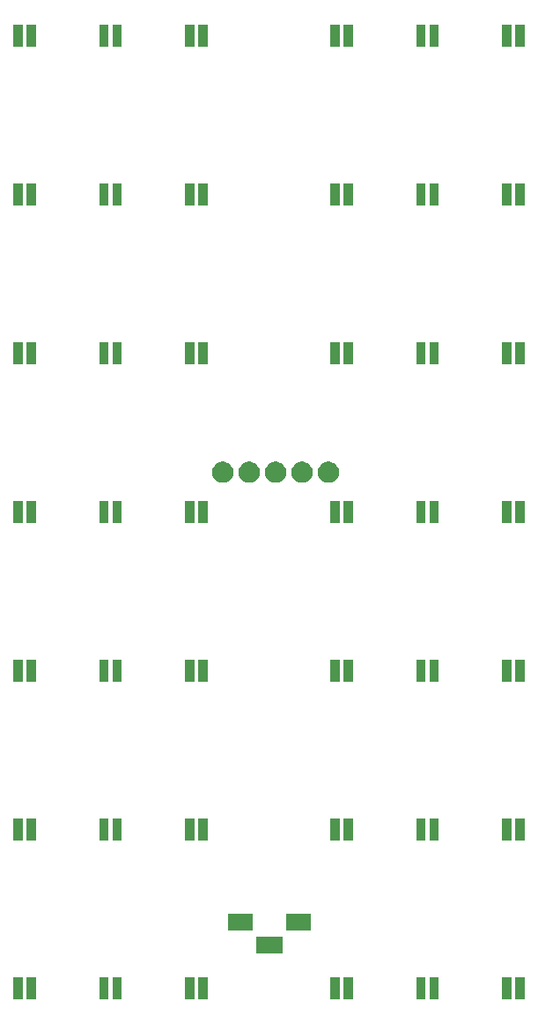
<source format=gbr>
G04 #@! TF.GenerationSoftware,KiCad,Pcbnew,(5.1.5)-3*
G04 #@! TF.CreationDate,2020-03-07T08:42:07-06:00*
G04 #@! TF.ProjectId,DSKY_alarm,44534b59-5f61-46c6-9172-6d2e6b696361,4*
G04 #@! TF.SameCoordinates,Original*
G04 #@! TF.FileFunction,Soldermask,Bot*
G04 #@! TF.FilePolarity,Negative*
%FSLAX46Y46*%
G04 Gerber Fmt 4.6, Leading zero omitted, Abs format (unit mm)*
G04 Created by KiCad (PCBNEW (5.1.5)-3) date 2020-03-07 08:42:07*
%MOMM*%
%LPD*%
G04 APERTURE LIST*
%ADD10C,0.010000*%
%ADD11C,0.100000*%
G04 APERTURE END LIST*
D10*
G36*
X107964660Y-139830000D02*
G01*
X110470000Y-139830000D01*
X110470000Y-141342390D01*
X107964660Y-141342390D01*
X107964660Y-139830000D01*
G37*
X107964660Y-139830000D02*
X110470000Y-139830000D01*
X110470000Y-141342390D01*
X107964660Y-141342390D01*
X107964660Y-139830000D01*
G36*
X110907220Y-137680000D02*
G01*
X113145000Y-137680000D01*
X113145000Y-139185470D01*
X110907220Y-139185470D01*
X110907220Y-137680000D01*
G37*
X110907220Y-137680000D02*
X113145000Y-137680000D01*
X113145000Y-139185470D01*
X110907220Y-139185470D01*
X110907220Y-137680000D01*
G36*
X105273990Y-137680000D02*
G01*
X107545000Y-137680000D01*
X107545000Y-139184013D01*
X105273990Y-139184013D01*
X105273990Y-137680000D01*
G37*
X105273990Y-137680000D02*
X107545000Y-137680000D01*
X107545000Y-139184013D01*
X105273990Y-139184013D01*
X105273990Y-137680000D01*
D11*
G36*
X85541000Y-145831000D02*
G01*
X84639000Y-145831000D01*
X84639000Y-143729000D01*
X85541000Y-143729000D01*
X85541000Y-145831000D01*
G37*
G36*
X133801000Y-145831000D02*
G01*
X132899000Y-145831000D01*
X132899000Y-143729000D01*
X133801000Y-143729000D01*
X133801000Y-145831000D01*
G37*
G36*
X132531000Y-145831000D02*
G01*
X131629000Y-145831000D01*
X131629000Y-143729000D01*
X132531000Y-143729000D01*
X132531000Y-145831000D01*
G37*
G36*
X125546000Y-145831000D02*
G01*
X124644000Y-145831000D01*
X124644000Y-143729000D01*
X125546000Y-143729000D01*
X125546000Y-145831000D01*
G37*
G36*
X124276000Y-145831000D02*
G01*
X123374000Y-145831000D01*
X123374000Y-143729000D01*
X124276000Y-143729000D01*
X124276000Y-145831000D01*
G37*
G36*
X117291000Y-145831000D02*
G01*
X116389000Y-145831000D01*
X116389000Y-143729000D01*
X117291000Y-143729000D01*
X117291000Y-145831000D01*
G37*
G36*
X116021000Y-145831000D02*
G01*
X115119000Y-145831000D01*
X115119000Y-143729000D01*
X116021000Y-143729000D01*
X116021000Y-145831000D01*
G37*
G36*
X103321000Y-145831000D02*
G01*
X102419000Y-145831000D01*
X102419000Y-143729000D01*
X103321000Y-143729000D01*
X103321000Y-145831000D01*
G37*
G36*
X102051000Y-145831000D02*
G01*
X101149000Y-145831000D01*
X101149000Y-143729000D01*
X102051000Y-143729000D01*
X102051000Y-145831000D01*
G37*
G36*
X95066000Y-145831000D02*
G01*
X94164000Y-145831000D01*
X94164000Y-143729000D01*
X95066000Y-143729000D01*
X95066000Y-145831000D01*
G37*
G36*
X93796000Y-145831000D02*
G01*
X92894000Y-145831000D01*
X92894000Y-143729000D01*
X93796000Y-143729000D01*
X93796000Y-145831000D01*
G37*
G36*
X86811000Y-145831000D02*
G01*
X85909000Y-145831000D01*
X85909000Y-143729000D01*
X86811000Y-143729000D01*
X86811000Y-145831000D01*
G37*
G36*
X109307797Y-140290567D02*
G01*
X109362575Y-140313257D01*
X109362577Y-140313258D01*
X109411876Y-140346198D01*
X109453802Y-140388124D01*
X109486742Y-140437423D01*
X109486743Y-140437425D01*
X109509433Y-140492203D01*
X109521000Y-140550353D01*
X109521000Y-140609647D01*
X109509433Y-140667797D01*
X109486743Y-140722575D01*
X109486742Y-140722577D01*
X109453802Y-140771876D01*
X109411876Y-140813802D01*
X109362577Y-140846742D01*
X109362576Y-140846743D01*
X109362575Y-140846743D01*
X109307797Y-140869433D01*
X109249647Y-140881000D01*
X109190353Y-140881000D01*
X109132203Y-140869433D01*
X109077425Y-140846743D01*
X109077424Y-140846743D01*
X109077423Y-140846742D01*
X109028124Y-140813802D01*
X108986198Y-140771876D01*
X108953258Y-140722577D01*
X108953257Y-140722575D01*
X108930567Y-140667797D01*
X108919000Y-140609647D01*
X108919000Y-140550353D01*
X108930567Y-140492203D01*
X108953257Y-140437425D01*
X108953258Y-140437423D01*
X108986198Y-140388124D01*
X109028124Y-140346198D01*
X109077423Y-140313258D01*
X109077425Y-140313257D01*
X109132203Y-140290567D01*
X109190353Y-140279000D01*
X109249647Y-140279000D01*
X109307797Y-140290567D01*
G37*
G36*
X112107797Y-138140567D02*
G01*
X112162575Y-138163257D01*
X112162577Y-138163258D01*
X112211876Y-138196198D01*
X112253802Y-138238124D01*
X112286742Y-138287423D01*
X112286743Y-138287425D01*
X112309433Y-138342203D01*
X112321000Y-138400353D01*
X112321000Y-138459647D01*
X112309433Y-138517797D01*
X112286743Y-138572575D01*
X112286742Y-138572577D01*
X112253802Y-138621876D01*
X112211876Y-138663802D01*
X112162577Y-138696742D01*
X112162576Y-138696743D01*
X112162575Y-138696743D01*
X112107797Y-138719433D01*
X112049647Y-138731000D01*
X111990353Y-138731000D01*
X111932203Y-138719433D01*
X111877425Y-138696743D01*
X111877424Y-138696743D01*
X111877423Y-138696742D01*
X111828124Y-138663802D01*
X111786198Y-138621876D01*
X111753258Y-138572577D01*
X111753257Y-138572575D01*
X111730567Y-138517797D01*
X111719000Y-138459647D01*
X111719000Y-138400353D01*
X111730567Y-138342203D01*
X111753257Y-138287425D01*
X111753258Y-138287423D01*
X111786198Y-138238124D01*
X111828124Y-138196198D01*
X111877423Y-138163258D01*
X111877425Y-138163257D01*
X111932203Y-138140567D01*
X111990353Y-138129000D01*
X112049647Y-138129000D01*
X112107797Y-138140567D01*
G37*
G36*
X106507797Y-138140567D02*
G01*
X106562575Y-138163257D01*
X106562577Y-138163258D01*
X106611876Y-138196198D01*
X106653802Y-138238124D01*
X106686742Y-138287423D01*
X106686743Y-138287425D01*
X106709433Y-138342203D01*
X106721000Y-138400353D01*
X106721000Y-138459647D01*
X106709433Y-138517797D01*
X106686743Y-138572575D01*
X106686742Y-138572577D01*
X106653802Y-138621876D01*
X106611876Y-138663802D01*
X106562577Y-138696742D01*
X106562576Y-138696743D01*
X106562575Y-138696743D01*
X106507797Y-138719433D01*
X106449647Y-138731000D01*
X106390353Y-138731000D01*
X106332203Y-138719433D01*
X106277425Y-138696743D01*
X106277424Y-138696743D01*
X106277423Y-138696742D01*
X106228124Y-138663802D01*
X106186198Y-138621876D01*
X106153258Y-138572577D01*
X106153257Y-138572575D01*
X106130567Y-138517797D01*
X106119000Y-138459647D01*
X106119000Y-138400353D01*
X106130567Y-138342203D01*
X106153257Y-138287425D01*
X106153258Y-138287423D01*
X106186198Y-138238124D01*
X106228124Y-138196198D01*
X106277423Y-138163258D01*
X106277425Y-138163257D01*
X106332203Y-138140567D01*
X106390353Y-138129000D01*
X106449647Y-138129000D01*
X106507797Y-138140567D01*
G37*
G36*
X85541000Y-130591000D02*
G01*
X84639000Y-130591000D01*
X84639000Y-128489000D01*
X85541000Y-128489000D01*
X85541000Y-130591000D01*
G37*
G36*
X133801000Y-130591000D02*
G01*
X132899000Y-130591000D01*
X132899000Y-128489000D01*
X133801000Y-128489000D01*
X133801000Y-130591000D01*
G37*
G36*
X132531000Y-130591000D02*
G01*
X131629000Y-130591000D01*
X131629000Y-128489000D01*
X132531000Y-128489000D01*
X132531000Y-130591000D01*
G37*
G36*
X125546000Y-130591000D02*
G01*
X124644000Y-130591000D01*
X124644000Y-128489000D01*
X125546000Y-128489000D01*
X125546000Y-130591000D01*
G37*
G36*
X86811000Y-130591000D02*
G01*
X85909000Y-130591000D01*
X85909000Y-128489000D01*
X86811000Y-128489000D01*
X86811000Y-130591000D01*
G37*
G36*
X124276000Y-130591000D02*
G01*
X123374000Y-130591000D01*
X123374000Y-128489000D01*
X124276000Y-128489000D01*
X124276000Y-130591000D01*
G37*
G36*
X117291000Y-130591000D02*
G01*
X116389000Y-130591000D01*
X116389000Y-128489000D01*
X117291000Y-128489000D01*
X117291000Y-130591000D01*
G37*
G36*
X116021000Y-130591000D02*
G01*
X115119000Y-130591000D01*
X115119000Y-128489000D01*
X116021000Y-128489000D01*
X116021000Y-130591000D01*
G37*
G36*
X103321000Y-130591000D02*
G01*
X102419000Y-130591000D01*
X102419000Y-128489000D01*
X103321000Y-128489000D01*
X103321000Y-130591000D01*
G37*
G36*
X95066000Y-130591000D02*
G01*
X94164000Y-130591000D01*
X94164000Y-128489000D01*
X95066000Y-128489000D01*
X95066000Y-130591000D01*
G37*
G36*
X93796000Y-130591000D02*
G01*
X92894000Y-130591000D01*
X92894000Y-128489000D01*
X93796000Y-128489000D01*
X93796000Y-130591000D01*
G37*
G36*
X102051000Y-130591000D02*
G01*
X101149000Y-130591000D01*
X101149000Y-128489000D01*
X102051000Y-128489000D01*
X102051000Y-130591000D01*
G37*
G36*
X124276000Y-115351000D02*
G01*
X123374000Y-115351000D01*
X123374000Y-113249000D01*
X124276000Y-113249000D01*
X124276000Y-115351000D01*
G37*
G36*
X85541000Y-115351000D02*
G01*
X84639000Y-115351000D01*
X84639000Y-113249000D01*
X85541000Y-113249000D01*
X85541000Y-115351000D01*
G37*
G36*
X86811000Y-115351000D02*
G01*
X85909000Y-115351000D01*
X85909000Y-113249000D01*
X86811000Y-113249000D01*
X86811000Y-115351000D01*
G37*
G36*
X95066000Y-115351000D02*
G01*
X94164000Y-115351000D01*
X94164000Y-113249000D01*
X95066000Y-113249000D01*
X95066000Y-115351000D01*
G37*
G36*
X102051000Y-115351000D02*
G01*
X101149000Y-115351000D01*
X101149000Y-113249000D01*
X102051000Y-113249000D01*
X102051000Y-115351000D01*
G37*
G36*
X103321000Y-115351000D02*
G01*
X102419000Y-115351000D01*
X102419000Y-113249000D01*
X103321000Y-113249000D01*
X103321000Y-115351000D01*
G37*
G36*
X116021000Y-115351000D02*
G01*
X115119000Y-115351000D01*
X115119000Y-113249000D01*
X116021000Y-113249000D01*
X116021000Y-115351000D01*
G37*
G36*
X117291000Y-115351000D02*
G01*
X116389000Y-115351000D01*
X116389000Y-113249000D01*
X117291000Y-113249000D01*
X117291000Y-115351000D01*
G37*
G36*
X125546000Y-115351000D02*
G01*
X124644000Y-115351000D01*
X124644000Y-113249000D01*
X125546000Y-113249000D01*
X125546000Y-115351000D01*
G37*
G36*
X132531000Y-115351000D02*
G01*
X131629000Y-115351000D01*
X131629000Y-113249000D01*
X132531000Y-113249000D01*
X132531000Y-115351000D01*
G37*
G36*
X133801000Y-115351000D02*
G01*
X132899000Y-115351000D01*
X132899000Y-113249000D01*
X133801000Y-113249000D01*
X133801000Y-115351000D01*
G37*
G36*
X93796000Y-115351000D02*
G01*
X92894000Y-115351000D01*
X92894000Y-113249000D01*
X93796000Y-113249000D01*
X93796000Y-115351000D01*
G37*
G36*
X103321000Y-100111000D02*
G01*
X102419000Y-100111000D01*
X102419000Y-98009000D01*
X103321000Y-98009000D01*
X103321000Y-100111000D01*
G37*
G36*
X95066000Y-100111000D02*
G01*
X94164000Y-100111000D01*
X94164000Y-98009000D01*
X95066000Y-98009000D01*
X95066000Y-100111000D01*
G37*
G36*
X93796000Y-100111000D02*
G01*
X92894000Y-100111000D01*
X92894000Y-98009000D01*
X93796000Y-98009000D01*
X93796000Y-100111000D01*
G37*
G36*
X86811000Y-100111000D02*
G01*
X85909000Y-100111000D01*
X85909000Y-98009000D01*
X86811000Y-98009000D01*
X86811000Y-100111000D01*
G37*
G36*
X85541000Y-100111000D02*
G01*
X84639000Y-100111000D01*
X84639000Y-98009000D01*
X85541000Y-98009000D01*
X85541000Y-100111000D01*
G37*
G36*
X102051000Y-100111000D02*
G01*
X101149000Y-100111000D01*
X101149000Y-98009000D01*
X102051000Y-98009000D01*
X102051000Y-100111000D01*
G37*
G36*
X117291000Y-100111000D02*
G01*
X116389000Y-100111000D01*
X116389000Y-98009000D01*
X117291000Y-98009000D01*
X117291000Y-100111000D01*
G37*
G36*
X124276000Y-100111000D02*
G01*
X123374000Y-100111000D01*
X123374000Y-98009000D01*
X124276000Y-98009000D01*
X124276000Y-100111000D01*
G37*
G36*
X125546000Y-100111000D02*
G01*
X124644000Y-100111000D01*
X124644000Y-98009000D01*
X125546000Y-98009000D01*
X125546000Y-100111000D01*
G37*
G36*
X132531000Y-100111000D02*
G01*
X131629000Y-100111000D01*
X131629000Y-98009000D01*
X132531000Y-98009000D01*
X132531000Y-100111000D01*
G37*
G36*
X133801000Y-100111000D02*
G01*
X132899000Y-100111000D01*
X132899000Y-98009000D01*
X133801000Y-98009000D01*
X133801000Y-100111000D01*
G37*
G36*
X116021000Y-100111000D02*
G01*
X115119000Y-100111000D01*
X115119000Y-98009000D01*
X116021000Y-98009000D01*
X116021000Y-100111000D01*
G37*
G36*
X107545926Y-94260029D02*
G01*
X107611356Y-94273044D01*
X107796256Y-94349632D01*
X107962662Y-94460821D01*
X108104179Y-94602338D01*
X108215368Y-94768744D01*
X108291956Y-94953644D01*
X108331000Y-95149933D01*
X108331000Y-95350067D01*
X108291956Y-95546356D01*
X108215368Y-95731256D01*
X108104179Y-95897662D01*
X107962662Y-96039179D01*
X107796256Y-96150368D01*
X107611356Y-96226956D01*
X107545926Y-96239971D01*
X107415069Y-96266000D01*
X107214931Y-96266000D01*
X107084074Y-96239971D01*
X107018644Y-96226956D01*
X106833744Y-96150368D01*
X106667338Y-96039179D01*
X106525821Y-95897662D01*
X106414632Y-95731256D01*
X106338044Y-95546356D01*
X106299000Y-95350067D01*
X106299000Y-95149933D01*
X106338044Y-94953644D01*
X106414632Y-94768744D01*
X106525821Y-94602338D01*
X106667338Y-94460821D01*
X106833744Y-94349632D01*
X107018644Y-94273044D01*
X107084074Y-94260029D01*
X107214931Y-94234000D01*
X107415069Y-94234000D01*
X107545926Y-94260029D01*
G37*
G36*
X112625926Y-94260029D02*
G01*
X112691356Y-94273044D01*
X112876256Y-94349632D01*
X113042662Y-94460821D01*
X113184179Y-94602338D01*
X113295368Y-94768744D01*
X113371956Y-94953644D01*
X113411000Y-95149933D01*
X113411000Y-95350067D01*
X113371956Y-95546356D01*
X113295368Y-95731256D01*
X113184179Y-95897662D01*
X113042662Y-96039179D01*
X112876256Y-96150368D01*
X112691356Y-96226956D01*
X112625926Y-96239971D01*
X112495069Y-96266000D01*
X112294931Y-96266000D01*
X112164074Y-96239971D01*
X112098644Y-96226956D01*
X111913744Y-96150368D01*
X111747338Y-96039179D01*
X111605821Y-95897662D01*
X111494632Y-95731256D01*
X111418044Y-95546356D01*
X111379000Y-95350067D01*
X111379000Y-95149933D01*
X111418044Y-94953644D01*
X111494632Y-94768744D01*
X111605821Y-94602338D01*
X111747338Y-94460821D01*
X111913744Y-94349632D01*
X112098644Y-94273044D01*
X112164074Y-94260029D01*
X112294931Y-94234000D01*
X112495069Y-94234000D01*
X112625926Y-94260029D01*
G37*
G36*
X105005926Y-94260029D02*
G01*
X105071356Y-94273044D01*
X105256256Y-94349632D01*
X105422662Y-94460821D01*
X105564179Y-94602338D01*
X105675368Y-94768744D01*
X105751956Y-94953644D01*
X105791000Y-95149933D01*
X105791000Y-95350067D01*
X105751956Y-95546356D01*
X105675368Y-95731256D01*
X105564179Y-95897662D01*
X105422662Y-96039179D01*
X105256256Y-96150368D01*
X105071356Y-96226956D01*
X105005926Y-96239971D01*
X104875069Y-96266000D01*
X104674931Y-96266000D01*
X104544074Y-96239971D01*
X104478644Y-96226956D01*
X104293744Y-96150368D01*
X104127338Y-96039179D01*
X103985821Y-95897662D01*
X103874632Y-95731256D01*
X103798044Y-95546356D01*
X103759000Y-95350067D01*
X103759000Y-95149933D01*
X103798044Y-94953644D01*
X103874632Y-94768744D01*
X103985821Y-94602338D01*
X104127338Y-94460821D01*
X104293744Y-94349632D01*
X104478644Y-94273044D01*
X104544074Y-94260029D01*
X104674931Y-94234000D01*
X104875069Y-94234000D01*
X105005926Y-94260029D01*
G37*
G36*
X115165926Y-94260029D02*
G01*
X115231356Y-94273044D01*
X115416256Y-94349632D01*
X115582662Y-94460821D01*
X115724179Y-94602338D01*
X115835368Y-94768744D01*
X115911956Y-94953644D01*
X115951000Y-95149933D01*
X115951000Y-95350067D01*
X115911956Y-95546356D01*
X115835368Y-95731256D01*
X115724179Y-95897662D01*
X115582662Y-96039179D01*
X115416256Y-96150368D01*
X115231356Y-96226956D01*
X115165926Y-96239971D01*
X115035069Y-96266000D01*
X114834931Y-96266000D01*
X114704074Y-96239971D01*
X114638644Y-96226956D01*
X114453744Y-96150368D01*
X114287338Y-96039179D01*
X114145821Y-95897662D01*
X114034632Y-95731256D01*
X113958044Y-95546356D01*
X113919000Y-95350067D01*
X113919000Y-95149933D01*
X113958044Y-94953644D01*
X114034632Y-94768744D01*
X114145821Y-94602338D01*
X114287338Y-94460821D01*
X114453744Y-94349632D01*
X114638644Y-94273044D01*
X114704074Y-94260029D01*
X114834931Y-94234000D01*
X115035069Y-94234000D01*
X115165926Y-94260029D01*
G37*
G36*
X110085926Y-94260029D02*
G01*
X110151356Y-94273044D01*
X110336256Y-94349632D01*
X110502662Y-94460821D01*
X110644179Y-94602338D01*
X110755368Y-94768744D01*
X110831956Y-94953644D01*
X110871000Y-95149933D01*
X110871000Y-95350067D01*
X110831956Y-95546356D01*
X110755368Y-95731256D01*
X110644179Y-95897662D01*
X110502662Y-96039179D01*
X110336256Y-96150368D01*
X110151356Y-96226956D01*
X110085926Y-96239971D01*
X109955069Y-96266000D01*
X109754931Y-96266000D01*
X109624074Y-96239971D01*
X109558644Y-96226956D01*
X109373744Y-96150368D01*
X109207338Y-96039179D01*
X109065821Y-95897662D01*
X108954632Y-95731256D01*
X108878044Y-95546356D01*
X108839000Y-95350067D01*
X108839000Y-95149933D01*
X108878044Y-94953644D01*
X108954632Y-94768744D01*
X109065821Y-94602338D01*
X109207338Y-94460821D01*
X109373744Y-94349632D01*
X109558644Y-94273044D01*
X109624074Y-94260029D01*
X109754931Y-94234000D01*
X109955069Y-94234000D01*
X110085926Y-94260029D01*
G37*
G36*
X95066000Y-84871000D02*
G01*
X94164000Y-84871000D01*
X94164000Y-82769000D01*
X95066000Y-82769000D01*
X95066000Y-84871000D01*
G37*
G36*
X133801000Y-84871000D02*
G01*
X132899000Y-84871000D01*
X132899000Y-82769000D01*
X133801000Y-82769000D01*
X133801000Y-84871000D01*
G37*
G36*
X132531000Y-84871000D02*
G01*
X131629000Y-84871000D01*
X131629000Y-82769000D01*
X132531000Y-82769000D01*
X132531000Y-84871000D01*
G37*
G36*
X125546000Y-84871000D02*
G01*
X124644000Y-84871000D01*
X124644000Y-82769000D01*
X125546000Y-82769000D01*
X125546000Y-84871000D01*
G37*
G36*
X124276000Y-84871000D02*
G01*
X123374000Y-84871000D01*
X123374000Y-82769000D01*
X124276000Y-82769000D01*
X124276000Y-84871000D01*
G37*
G36*
X117291000Y-84871000D02*
G01*
X116389000Y-84871000D01*
X116389000Y-82769000D01*
X117291000Y-82769000D01*
X117291000Y-84871000D01*
G37*
G36*
X116021000Y-84871000D02*
G01*
X115119000Y-84871000D01*
X115119000Y-82769000D01*
X116021000Y-82769000D01*
X116021000Y-84871000D01*
G37*
G36*
X103321000Y-84871000D02*
G01*
X102419000Y-84871000D01*
X102419000Y-82769000D01*
X103321000Y-82769000D01*
X103321000Y-84871000D01*
G37*
G36*
X102051000Y-84871000D02*
G01*
X101149000Y-84871000D01*
X101149000Y-82769000D01*
X102051000Y-82769000D01*
X102051000Y-84871000D01*
G37*
G36*
X93796000Y-84871000D02*
G01*
X92894000Y-84871000D01*
X92894000Y-82769000D01*
X93796000Y-82769000D01*
X93796000Y-84871000D01*
G37*
G36*
X86811000Y-84871000D02*
G01*
X85909000Y-84871000D01*
X85909000Y-82769000D01*
X86811000Y-82769000D01*
X86811000Y-84871000D01*
G37*
G36*
X85541000Y-84871000D02*
G01*
X84639000Y-84871000D01*
X84639000Y-82769000D01*
X85541000Y-82769000D01*
X85541000Y-84871000D01*
G37*
G36*
X95066000Y-69631000D02*
G01*
X94164000Y-69631000D01*
X94164000Y-67529000D01*
X95066000Y-67529000D01*
X95066000Y-69631000D01*
G37*
G36*
X102051000Y-69631000D02*
G01*
X101149000Y-69631000D01*
X101149000Y-67529000D01*
X102051000Y-67529000D01*
X102051000Y-69631000D01*
G37*
G36*
X133801000Y-69631000D02*
G01*
X132899000Y-69631000D01*
X132899000Y-67529000D01*
X133801000Y-67529000D01*
X133801000Y-69631000D01*
G37*
G36*
X132531000Y-69631000D02*
G01*
X131629000Y-69631000D01*
X131629000Y-67529000D01*
X132531000Y-67529000D01*
X132531000Y-69631000D01*
G37*
G36*
X125546000Y-69631000D02*
G01*
X124644000Y-69631000D01*
X124644000Y-67529000D01*
X125546000Y-67529000D01*
X125546000Y-69631000D01*
G37*
G36*
X124276000Y-69631000D02*
G01*
X123374000Y-69631000D01*
X123374000Y-67529000D01*
X124276000Y-67529000D01*
X124276000Y-69631000D01*
G37*
G36*
X116021000Y-69631000D02*
G01*
X115119000Y-69631000D01*
X115119000Y-67529000D01*
X116021000Y-67529000D01*
X116021000Y-69631000D01*
G37*
G36*
X85541000Y-69631000D02*
G01*
X84639000Y-69631000D01*
X84639000Y-67529000D01*
X85541000Y-67529000D01*
X85541000Y-69631000D01*
G37*
G36*
X86811000Y-69631000D02*
G01*
X85909000Y-69631000D01*
X85909000Y-67529000D01*
X86811000Y-67529000D01*
X86811000Y-69631000D01*
G37*
G36*
X93796000Y-69631000D02*
G01*
X92894000Y-69631000D01*
X92894000Y-67529000D01*
X93796000Y-67529000D01*
X93796000Y-69631000D01*
G37*
G36*
X103321000Y-69631000D02*
G01*
X102419000Y-69631000D01*
X102419000Y-67529000D01*
X103321000Y-67529000D01*
X103321000Y-69631000D01*
G37*
G36*
X117291000Y-69631000D02*
G01*
X116389000Y-69631000D01*
X116389000Y-67529000D01*
X117291000Y-67529000D01*
X117291000Y-69631000D01*
G37*
G36*
X86811000Y-54391000D02*
G01*
X85909000Y-54391000D01*
X85909000Y-52289000D01*
X86811000Y-52289000D01*
X86811000Y-54391000D01*
G37*
G36*
X133801000Y-54391000D02*
G01*
X132899000Y-54391000D01*
X132899000Y-52289000D01*
X133801000Y-52289000D01*
X133801000Y-54391000D01*
G37*
G36*
X132531000Y-54391000D02*
G01*
X131629000Y-54391000D01*
X131629000Y-52289000D01*
X132531000Y-52289000D01*
X132531000Y-54391000D01*
G37*
G36*
X95066000Y-54391000D02*
G01*
X94164000Y-54391000D01*
X94164000Y-52289000D01*
X95066000Y-52289000D01*
X95066000Y-54391000D01*
G37*
G36*
X85541000Y-54391000D02*
G01*
X84639000Y-54391000D01*
X84639000Y-52289000D01*
X85541000Y-52289000D01*
X85541000Y-54391000D01*
G37*
G36*
X93796000Y-54391000D02*
G01*
X92894000Y-54391000D01*
X92894000Y-52289000D01*
X93796000Y-52289000D01*
X93796000Y-54391000D01*
G37*
G36*
X125546000Y-54391000D02*
G01*
X124644000Y-54391000D01*
X124644000Y-52289000D01*
X125546000Y-52289000D01*
X125546000Y-54391000D01*
G37*
G36*
X124276000Y-54391000D02*
G01*
X123374000Y-54391000D01*
X123374000Y-52289000D01*
X124276000Y-52289000D01*
X124276000Y-54391000D01*
G37*
G36*
X103321000Y-54391000D02*
G01*
X102419000Y-54391000D01*
X102419000Y-52289000D01*
X103321000Y-52289000D01*
X103321000Y-54391000D01*
G37*
G36*
X117291000Y-54391000D02*
G01*
X116389000Y-54391000D01*
X116389000Y-52289000D01*
X117291000Y-52289000D01*
X117291000Y-54391000D01*
G37*
G36*
X116021000Y-54391000D02*
G01*
X115119000Y-54391000D01*
X115119000Y-52289000D01*
X116021000Y-52289000D01*
X116021000Y-54391000D01*
G37*
G36*
X102051000Y-54391000D02*
G01*
X101149000Y-54391000D01*
X101149000Y-52289000D01*
X102051000Y-52289000D01*
X102051000Y-54391000D01*
G37*
M02*

</source>
